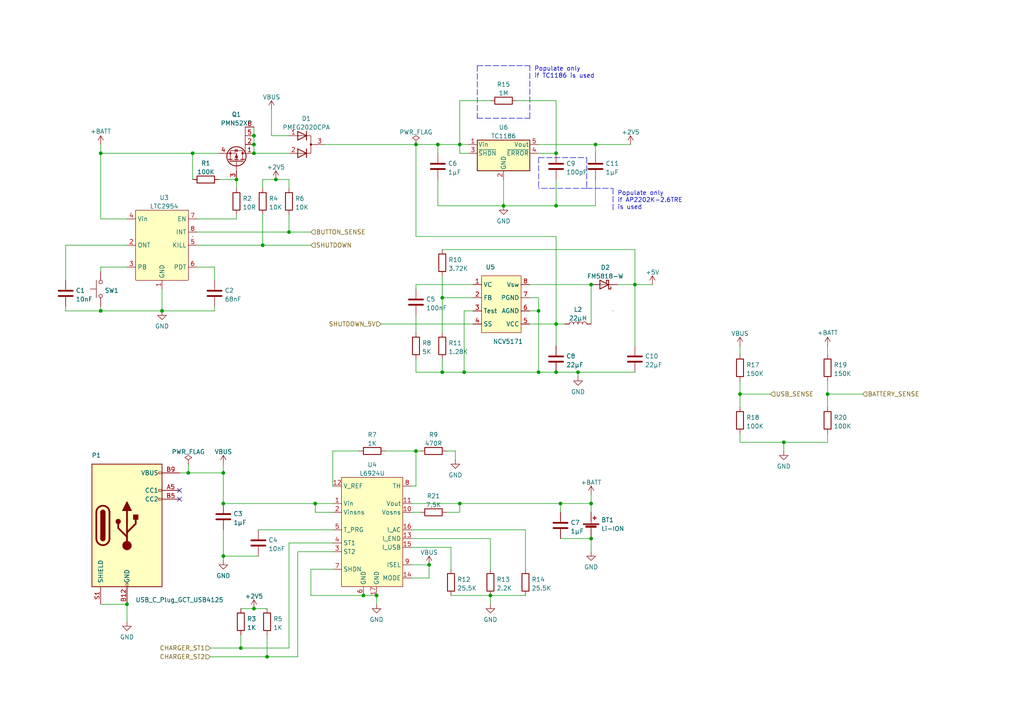
<source format=kicad_sch>
(kicad_sch (version 20211123) (generator eeschema)
  (paper "A4")
  (title_block (title "Power & Charge") (date "2022-06-08") (rev "1.0") (company "INSA - GEI"))
  (lib_symbols
    (symbol "Device:Battery_Cell" (pin_numbers hide) (pin_names (offset 0) hide)
      (property "Reference" "BT" (at 2.54 2.54 0))
      (property "Value" "Battery_Cell" (at 2.54 0 0))
      (symbol "Battery_Cell_0_1"
        (rectangle (start -2.286 1.778) (end 2.286 1.524) (fill (type outline)))
        (rectangle (start -1.5748 1.1938) (end 1.4732 0.6858) (fill (type outline)))
        (polyline (pts (xy 0 0.762) (xy 0 0)))
        (polyline (pts (xy 0 1.778) (xy 0 2.54)))
        (polyline (pts (xy 0.508 3.429) (xy 1.524 3.429)) (stroke (width 0.254)))
        (polyline (pts (xy 1.016 3.937) (xy 1.016 2.921)) (stroke (width 0.254)))
      )
      (symbol "Battery_Cell_1_1"
        (pin passive line (at 0 5.08 270) (length 2.54) (name "+") (number "1"))
        (pin passive line (at 0 -2.54 90) (length 2.54) (name "-") (number "2"))
      )
    )
    (symbol "Device:C" (pin_numbers hide) (pin_names (offset 0.254))
      (property "Reference" "C" (at 0.635 2.54 0))
      (property "Value" "C" (at 0.635 -2.54 0))
      (symbol "C_0_1"
        (polyline (pts (xy -2.032 -0.762) (xy 2.032 -0.762)) (stroke (width 0.508)))
        (polyline (pts (xy -2.032 0.762) (xy 2.032 0.762)) (stroke (width 0.508)))
      )
      (symbol "C_1_1"
        (pin passive line (at 0 3.81 270) (length 2.794) (name "~") (number "1"))
        (pin passive line (at 0 -3.81 90) (length 2.794) (name "~") (number "2"))
      )
    )
    (symbol "Device:D_Dual_CommonCathode_AAK_Parallel" (pin_names (offset 0.762) hide)
      (property "Reference" "D" (at 0 5.08 0))
      (property "Value" "D_Dual_CommonCathode_AAK_Parallel" (at 0 -5.08 0))
      (symbol "D_Dual_CommonCathode_AAK_Parallel_0_0"
        (polyline (pts (xy 0 -1.27) (xy 0 -3.81)) (stroke (width 0.254)))
        (polyline (pts (xy 0 1.27) (xy 0 3.81)) (stroke (width 0.254)))
      )
      (symbol "D_Dual_CommonCathode_AAK_Parallel_0_1"
        (polyline (pts (xy 1.27 0) (xy 2.54 0)))
        (polyline (pts (xy -2.54 -2.54) (xy 1.27 -2.54) (xy 1.27 2.54) (xy -2.54 2.54)))
        (polyline (pts (xy -2.54 -1.27) (xy 0 -2.54) (xy -2.54 -3.81) (xy -2.54 -1.27) (xy -2.54 -1.27) (xy -2.54 -1.27)) (stroke (width 0.254)))
        (polyline (pts (xy -2.54 3.81) (xy 0 2.54) (xy -2.54 1.27) (xy -2.54 3.81) (xy -2.54 3.81) (xy -2.54 3.81)) (stroke (width 0.254)))
        (circle (center 1.27 0) (radius 0.254) (fill (type outline)))
        (pin passive line (at -5.08 2.54 0) (length 2.54) (name "K") (number "1"))
        (pin passive line (at -5.08 -2.54 0) (length 2.54) (name "K") (number "2"))
        (pin passive line (at 5.08 0 180) (length 2.54) (name "A") (number "3"))
      )
    )
    (symbol "Device:D_Schottky" (pin_numbers hide) (pin_names (offset 1.016) hide)
      (property "Reference" "D" (at 0 2.54 0))
      (property "Value" "D_Schottky" (at 0 -2.54 0))
      (symbol "D_Schottky_0_1"
        (polyline (pts (xy 1.27 0) (xy -1.27 0)))
        (polyline (pts (xy 1.27 1.27) (xy 1.27 -1.27) (xy -1.27 0) (xy 1.27 1.27)) (stroke (width 0.254)))
        (polyline (pts (xy -1.905 0.635) (xy -1.905 1.27) (xy -1.27 1.27) (xy -1.27 -1.27) (xy -0.635 -1.27) (xy -0.635 -0.635)) (stroke (width 0.254)))
      )
      (symbol "D_Schottky_1_1"
        (pin passive line (at -3.81 0 0) (length 2.54) (name "K") (number "1"))
        (pin passive line (at 3.81 0 180) (length 2.54) (name "A") (number "2"))
      )
    )
    (symbol "Device:L" (pin_numbers hide) (pin_names (offset 1.016) hide)
      (property "Reference" "L" (at -1.27 0 90))
      (property "Value" "L" (at 1.905 0 90))
      (symbol "L_0_1"
        (arc (start 0 -2.54) (mid 0.635 -1.905) (end 0 -1.27))
        (arc (start 0 -1.27) (mid 0.635 -0.635) (end 0 0))
        (arc (start 0 0) (mid 0.635 0.635) (end 0 1.27))
        (arc (start 0 1.27) (mid 0.635 1.905) (end 0 2.54))
      )
      (symbol "L_1_1"
        (pin passive line (at 0 3.81 270) (length 1.27) (name "1") (number "1"))
        (pin passive line (at 0 -3.81 90) (length 1.27) (name "2") (number "2"))
      )
    )
    (symbol "Device:R" (pin_numbers hide) (pin_names (offset 0))
      (property "Reference" "R" (at 2.032 0 90))
      (property "Value" "R" (at 0 0 90))
      (symbol "R_0_1"
        (rectangle (start -1.016 -2.54) (end 1.016 2.54) (stroke (width 0.254)))
      )
      (symbol "R_1_1"
        (pin passive line (at 0 3.81 270) (length 1.27) (name "~") (number "1"))
        (pin passive line (at 0 -3.81 90) (length 1.27) (name "~") (number "2"))
      )
    )
    (symbol "Insa:L6924U"
      (property "Reference" "U" (at 0 34.29 0))
      (property "Value" "L6924U" (at 7.62 -2.54 0))
      (symbol "L6924U_0_1"
        (rectangle (start -8.89 31.75) (end 8.89 0) (stroke (width 0.1524)) (fill (type background)))
      )
      (symbol "L6924U_1_1"
        (pin power_in line (at -11.43 24.13 0) (length 2.54) (name "Vin") (number "1"))
        (pin input line (at 11.43 21.59 180) (length 2.54) (name "Vosns") (number "10"))
        (pin power_out line (at 11.43 24.13 180) (length 2.54) (name "Vout") (number "11"))
        (pin output line (at -11.43 29.21 0) (length 2.54) (name "V_REF") (number "12"))
        (pin bidirectional line (at 11.43 13.97 180) (length 2.54) (name "I_END") (number "13"))
        (pin input line (at 11.43 2.54 180) (length 2.54) (name "MODE") (number "14"))
        (pin input line (at 11.43 11.43 180) (length 2.54) (name "I_USB") (number "15"))
        (pin input line (at 11.43 16.51 180) (length 2.54) (name "I_AC") (number "16"))
        (pin power_in line (at 1.27 -2.54 90) (length 2.54) (name "GND") (number "17"))
        (pin power_in line (at -11.43 21.59 0) (length 2.54) (name "Vinsns") (number "2"))
        (pin open_collector line (at -11.43 10.16 0) (length 2.54) (name "ST2") (number "3"))
        (pin open_collector line (at -11.43 12.7 0) (length 2.54) (name "ST1") (number "4"))
        (pin passive line (at -11.43 16.51 0) (length 2.54) (name "T_PRG") (number "5"))
        (pin power_in line (at -2.54 -2.54 90) (length 2.54) (name "GND") (number "6"))
        (pin input line (at -11.43 5.08 0) (length 2.54) (name "SHDN") (number "7"))
        (pin input line (at 11.43 29.21 180) (length 2.54) (name "TH") (number "8"))
        (pin input line (at 11.43 6.35 180) (length 2.54) (name "ISEL") (number "9"))
      )
    )
    (symbol "Insa:LTC2954"
      (property "Reference" "U" (at -6.35 25.4 0))
      (property "Value" "LTC2954" (at 5.08 1.27 0))
      (symbol "LTC2954_0_1"
        (rectangle (start -8.89 24.13) (end 6.35 3.81) (stroke (width 0.1524)) (fill (type background)))
        (rectangle (start 7.62 16.51) (end 7.62 16.51) (stroke (width 0.1524)))
        (rectangle (start 7.62 16.51) (end 7.62 16.51) (stroke (width 0.1524)))
        (rectangle (start 7.62 16.51) (end 7.62 16.51) (stroke (width 0.1524)))
        (rectangle (start 7.62 16.51) (end 7.62 16.51) (stroke (width 0.1524)))
        (rectangle (start 7.62 16.51) (end 7.62 16.51) (stroke (width 0.1524)))
        (rectangle (start 7.62 16.51) (end 7.62 16.51) (stroke (width 0.1524)))
      )
      (symbol "LTC2954_1_1"
        (pin power_in line (at -1.27 1.27 90) (length 2.54) (name "GND") (number "1"))
        (pin bidirectional line (at -11.43 13.97 0) (length 2.54) (name "ONT") (number "2"))
        (pin input line (at -11.43 7.62 0) (length 2.54) (name "PB") (number "3"))
        (pin power_in line (at -11.43 21.59 0) (length 2.54) (name "Vin") (number "4"))
        (pin input line (at 8.89 13.97 180) (length 2.54) (name "KILL") (number "5"))
        (pin bidirectional line (at 8.89 7.62 180) (length 2.54) (name "PDT") (number "6"))
        (pin input line (at 8.89 21.59 180) (length 2.54) (name "EN") (number "7"))
        (pin output line (at 8.89 17.78 180) (length 2.54) (name "INT") (number "8"))
      )
    )
    (symbol "Insa:NCV5171"
      (property "Reference" "U" (at 0 17.78 0))
      (property "Value" "NCV5171" (at 1.27 -1.27 0))
      (symbol "NCV5171_0_1"
        (rectangle (start -5.08 16.51) (end 6.35 0) (stroke (width 0.1524)) (fill (type background)))
        (rectangle (start 33.02 6.35) (end 33.02 6.35) (stroke (width 0.1524)))
        (rectangle (start 33.02 6.35) (end 33.02 6.35) (stroke (width 0.1524)))
      )
      (symbol "NCV5171_1_1"
        (pin input line (at -7.62 13.97 0) (length 2.54) (name "VC") (number "1"))
        (pin input line (at -7.62 10.16 0) (length 2.54) (name "FB") (number "2"))
        (pin input line (at -7.62 6.35 0) (length 2.54) (name "Test") (number "3"))
        (pin input line (at -7.62 2.54 0) (length 2.54) (name "SS") (number "4"))
        (pin power_in line (at 8.89 2.54 180) (length 2.54) (name "VCC") (number "5"))
        (pin power_in line (at 8.89 6.35 180) (length 2.54) (name "AGND") (number "6"))
        (pin power_in line (at 8.89 10.16 180) (length 2.54) (name "PGND") (number "7"))
        (pin power_out line (at 8.89 13.97 180) (length 2.54) (name "Vsw") (number "8"))
      )
    )
    (symbol "Insa:PMN52XP" (pin_names (offset 0) hide)
      (property "Reference" "Q" (at 5.08 1.27 0))
      (property "Value" "PMN52XP" (at 5.08 -1.27 0))
      (symbol "PMN52XP_0_1"
        (polyline (pts (xy 0.254 0) (xy -2.54 0)))
        (polyline (pts (xy 0.254 1.905) (xy 0.254 -1.905)) (stroke (width 0.254)))
        (polyline (pts (xy 0.762 -1.27) (xy 0.762 -2.286)) (stroke (width 0.254)))
        (polyline (pts (xy 0.762 0.508) (xy 0.762 -0.508)) (stroke (width 0.254)))
        (polyline (pts (xy 0.762 2.286) (xy 0.762 1.27)) (stroke (width 0.254)))
        (polyline (pts (xy 10.16 2.54) (xy 5.08 2.54)) (stroke (width 0.1524)))
        (polyline (pts (xy 2.54 -2.54) (xy 2.54 0) (xy 0.762 0)))
        (polyline (pts (xy 5.08 2.54) (xy 2.54 2.54) (xy 2.54 1.778)))
        (polyline (pts (xy 0.762 1.778) (xy 3.302 1.778) (xy 3.302 -1.778) (xy 0.762 -1.778)))
        (polyline (pts (xy 2.286 0) (xy 1.27 0.381) (xy 1.27 -0.381) (xy 2.286 0)) (fill (type outline)))
        (polyline (pts (xy 2.794 -0.508) (xy 2.921 -0.381) (xy 3.683 -0.381) (xy 3.81 -0.254)))
        (polyline (pts (xy 3.302 -0.381) (xy 2.921 0.254) (xy 3.683 0.254) (xy 3.302 -0.381)))
        (circle (center 1.651 0) (radius 2.794) (stroke (width 0.254)))
        (circle (center 2.54 -1.778) (radius 0.254) (fill (type outline)))
        (circle (center 2.54 1.778) (radius 0.254) (fill (type outline)))
      )
      (symbol "PMN52XP_1_1"
        (pin passive line (at 2.54 5.08 270) (length 2.54) (name "D") (number "1"))
        (pin passive line (at 5.08 5.08 270) (length 2.54) (name "D") (number "2"))
        (pin input line (at -5.08 0 0) (length 2.54) (name "G") (number "3"))
        (pin passive line (at 2.54 -5.08 90) (length 2.54) (name "S") (number "4"))
        (pin passive line (at 7.62 5.08 270) (length 2.54) (name "D") (number "5"))
        (pin passive line (at 10.16 5.08 270) (length 2.54) (name "D") (number "6"))
      )
    )
    (symbol "Insa:USB_C_Plug_GCT_USB4125" (pin_names (offset 1.016))
      (property "Reference" "P" (at -10.16 19.05 0))
      (property "Value" "USB_C_Plug_GCT_USB4125" (at 26.67 -20.32 0))
      (symbol "USB_C_Plug_GCT_USB4125_0_0"
        (rectangle (start -0.254 -17.78) (end 0.254 -16.764))
        (rectangle (start 10.16 7.874) (end 9.144 7.366))
        (rectangle (start 10.16 10.414) (end 9.144 9.906))
        (rectangle (start 10.16 15.494) (end 9.144 14.986))
      )
      (symbol "USB_C_Plug_GCT_USB4125_0_1"
        (rectangle (start -10.16 17.78) (end 10.16 -17.78) (stroke (width 0.254)) (fill (type background)))
        (arc (start -8.89 -3.81) (mid -6.985 -5.715) (end -5.08 -3.81) (stroke (width 0.508)))
        (arc (start -7.62 -3.81) (mid -6.985 -4.445) (end -6.35 -3.81) (stroke (width 0.254)))
        (arc (start -7.62 -3.81) (mid -6.985 -4.445) (end -6.35 -3.81) (stroke (width 0.254)) (fill (type outline)))
        (rectangle (start -7.62 -3.81) (end -6.35 3.81) (stroke (width 0.254)) (fill (type outline)))
        (arc (start -6.35 3.81) (mid -6.985 4.445) (end -7.62 3.81) (stroke (width 0.254)))
        (arc (start -6.35 3.81) (mid -6.985 4.445) (end -7.62 3.81) (stroke (width 0.254)) (fill (type outline)))
        (arc (start -5.08 3.81) (mid -6.985 5.715) (end -8.89 3.81) (stroke (width 0.508)))
        (circle (center -2.54 1.143) (radius 0.635) (stroke (width 0.254)) (fill (type outline)))
        (circle (center 0 -5.842) (radius 1.27) (fill (type outline)))
        (polyline (pts (xy -8.89 -3.81) (xy -8.89 3.81)) (stroke (width 0.508)))
        (polyline (pts (xy -5.08 3.81) (xy -5.08 -3.81)) (stroke (width 0.508)))
        (polyline (pts (xy 0 -5.842) (xy 0 4.318)) (stroke (width 0.508)))
        (polyline (pts (xy 0 -3.302) (xy -2.54 -0.762) (xy -2.54 0.508)) (stroke (width 0.508)))
        (polyline (pts (xy 0 -2.032) (xy 2.54 0.508) (xy 2.54 1.778)) (stroke (width 0.508)))
        (polyline (pts (xy -1.27 4.318) (xy 0 6.858) (xy 1.27 4.318) (xy -1.27 4.318)) (stroke (width 0.254)) (fill (type outline)))
        (rectangle (start 1.905 1.778) (end 3.175 3.048) (stroke (width 0.254)) (fill (type outline)))
      )
      (symbol "USB_C_Plug_GCT_USB4125_1_1"
        (pin passive line (at 0 -22.86 90) (length 5.08) hide (name "GND") (number "A12"))
        (pin bidirectional line (at 15.24 10.16 180) (length 5.08) (name "CC1") (number "A5"))
        (pin passive line (at 15.24 15.24 180) (length 5.08) hide (name "VBUS") (number "A9"))
        (pin passive line (at 0 -22.86 90) (length 5.08) (name "GND") (number "B12"))
        (pin bidirectional line (at 15.24 7.62 180) (length 5.08) (name "CC2") (number "B5"))
        (pin passive line (at 15.24 15.24 180) (length 5.08) (name "VBUS") (number "B9"))
        (pin passive line (at -7.62 -22.86 90) (length 5.08) (name "SHIELD") (number "S1"))
      )
    )
    (symbol "Regulator_Linear:TC1186" (pin_names (offset 0.254))
      (property "Reference" "U" (at -7.62 5.08 0))
      (property "Value" "TC1186" (at 7.62 5.08 0))
      (symbol "TC1186_0_1"
        (rectangle (start -7.62 3.81) (end 7.62 -5.08) (stroke (width 0.254)) (fill (type background)))
      )
      (symbol "TC1186_1_1"
        (pin power_in line (at -10.16 2.54 0) (length 2.54) (name "Vin") (number "1"))
        (pin power_in line (at 0 -7.62 90) (length 2.54) (name "GND") (number "2"))
        (pin input line (at -10.16 0 0) (length 2.54) (name "~{SHDN}") (number "3"))
        (pin open_collector line (at 10.16 0 180) (length 2.54) (name "~{ERROR}") (number "4"))
        (pin power_out line (at 10.16 2.54 180) (length 2.54) (name "Vout") (number "5"))
      )
    )
    (symbol "Switch:SW_Push" (pin_numbers hide) (pin_names (offset 1.016) hide)
      (property "Reference" "SW" (at 1.27 2.54 0))
      (property "Value" "SW_Push" (at 0 -1.524 0))
      (symbol "SW_Push_0_1"
        (circle (center -2.032 0) (radius 0.508))
        (polyline (pts (xy 0 1.27) (xy 0 3.048)))
        (polyline (pts (xy 2.54 1.27) (xy -2.54 1.27)))
        (circle (center 2.032 0) (radius 0.508))
        (pin passive line (at -5.08 0 0) (length 2.54) (name "1") (number "1"))
        (pin passive line (at 5.08 0 180) (length 2.54) (name "2") (number "2"))
      )
    )
    (symbol "power:+2V5" (power) (pin_names (offset 0))
      (property "Value" "+2V5" (at 0 3.556 0))
      (symbol "+2V5_0_1"
        (polyline (pts (xy -0.762 1.27) (xy 0 2.54)))
        (polyline (pts (xy 0 0) (xy 0 2.54)))
        (polyline (pts (xy 0 2.54) (xy 0.762 1.27)))
      )
      (symbol "+2V5_1_1"
        (pin power_in line (at 0 0 90) (length 0) hide (name "+2V5") (number "1"))
      )
    )
    (symbol "power:+5V" (power) (pin_names (offset 0))
      (property "Value" "+5V" (at 0 3.556 0))
      (symbol "+5V_0_1"
        (polyline (pts (xy -0.762 1.27) (xy 0 2.54)))
        (polyline (pts (xy 0 0) (xy 0 2.54)))
        (polyline (pts (xy 0 2.54) (xy 0.762 1.27)))
      )
      (symbol "+5V_1_1"
        (pin power_in line (at 0 0 90) (length 0) hide (name "+5V") (number "1"))
      )
    )
    (symbol "power:+BATT" (power) (pin_names (offset 0))
      (property "Value" "+BATT" (at 0 3.556 0))
      (symbol "+BATT_0_1"
        (polyline (pts (xy -0.762 1.27) (xy 0 2.54)))
        (polyline (pts (xy 0 0) (xy 0 2.54)))
        (polyline (pts (xy 0 2.54) (xy 0.762 1.27)))
      )
      (symbol "+BATT_1_1"
        (pin power_in line (at 0 0 90) (length 0) hide (name "+BATT") (number "1"))
      )
    )
    (symbol "power:GND" (power) (pin_names (offset 0))
      (property "Value" "GND" (at 0 -3.81 0))
      (symbol "GND_0_1"
        (polyline (pts (xy 0 0) (xy 0 -1.27) (xy 1.27 -1.27) (xy 0 -2.54) (xy -1.27 -1.27) (xy 0 -1.27)))
      )
      (symbol "GND_1_1"
        (pin power_in line (at 0 0 270) (length 0) hide (name "GND") (number "1"))
      )
    )
    (symbol "power:PWR_FLAG" (power) (pin_numbers hide) (pin_names (offset 0) hide)
      (property "Value" "PWR_FLAG" (at 0 3.81 0))
      (symbol "PWR_FLAG_0_0"
        (pin power_out line (at 0 0 90) (length 0) (name "pwr") (number "1"))
      )
      (symbol "PWR_FLAG_0_1"
        (polyline (pts (xy 0 0) (xy 0 1.27) (xy -1.016 1.905) (xy 0 2.54) (xy 1.016 1.905) (xy 0 1.27)))
      )
    )
    (symbol "power:VBUS" (power) (pin_names (offset 0))
      (property "Value" "VBUS" (at 0 3.81 0))
      (symbol "VBUS_0_1"
        (polyline (pts (xy -0.762 1.27) (xy 0 2.54)))
        (polyline (pts (xy 0 0) (xy 0 2.54)))
        (polyline (pts (xy 0 2.54) (xy 0.762 1.27)))
      )
      (symbol "VBUS_1_1"
        (pin power_in line (at 0 0 90) (length 0) hide (name "VBUS") (number "1"))
      )
    )
  )
  (junction (at 214.63 114.3))
  (junction (at 128.27 86.36))
  (junction (at 127 41.91))
  (junction (at 64.77 146.05))
  (junction (at 91.44 146.05))
  (junction (at 73.66 39.37))
  (junction (at 240.03 114.3))
  (junction (at 109.22 172.72))
  (junction (at 73.66 176.53))
  (junction (at 171.45 82.55))
  (junction (at 184.15 82.55))
  (junction (at 146.05 59.69))
  (junction (at 120.65 41.91))
  (junction (at 156.21 107.95))
  (junction (at 172.72 41.91))
  (junction (at 128.27 107.95))
  (junction (at 64.77 137.16))
  (junction (at 36.83 175.26))
  (junction (at 167.64 107.95))
  (junction (at 161.29 93.98))
  (junction (at 171.45 146.05))
  (junction (at 161.29 59.69))
  (junction (at 69.85 187.96))
  (junction (at 162.56 146.05))
  (junction (at 73.66 44.45))
  (junction (at 76.2 71.12))
  (junction (at 55.88 44.45))
  (junction (at 161.29 44.45))
  (junction (at 171.45 156.21))
  (junction (at 134.62 107.95))
  (junction (at 73.66 41.91))
  (junction (at 227.33 128.27))
  (junction (at 54.61 137.16))
  (junction (at 133.35 146.05))
  (junction (at 161.29 107.95))
  (junction (at 142.24 172.72))
  (junction (at 124.46 163.83))
  (junction (at 80.01 52.07))
  (junction (at 83.82 67.31))
  (junction (at 29.21 90.17))
  (junction (at 120.65 130.81))
  (junction (at 29.21 44.45))
  (junction (at 105.41 172.72))
  (junction (at 68.58 52.07))
  (junction (at 77.47 190.5))
  (junction (at 156.21 90.17))
  (junction (at 133.35 41.91))
  (junction (at 46.99 90.17))
  (junction (at 64.77 161.29))
  (no_connect (at 52.07 144.78))
  (no_connect (at 52.07 142.24))
  (wire (pts (xy 172.72 41.91) (xy 172.72 44.45)))
  (wire (pts (xy 69.85 176.53) (xy 73.66 176.53)))
  (wire (pts (xy 119.38 140.97) (xy 120.65 140.97)))
  (wire (pts (xy 161.29 59.69) (xy 172.72 59.69)))
  (wire (pts (xy 214.63 114.3) (xy 223.52 114.3)))
  (wire (pts (xy 153.67 90.17) (xy 156.21 90.17)))
  (polyline (pts (xy 153.67 34.29) (xy 153.67 19.05)))
  (wire (pts (xy 29.21 175.26) (xy 36.83 175.26)))
  (wire (pts (xy 240.03 100.33) (xy 240.03 102.87)))
  (wire (pts (xy 156.21 41.91) (xy 172.72 41.91)))
  (wire (pts (xy 240.03 114.3) (xy 240.03 118.11)))
  (wire (pts (xy 73.66 39.37) (xy 73.66 41.91)))
  (wire (pts (xy 128.27 86.36) (xy 137.16 86.36)))
  (wire (pts (xy 46.99 90.17) (xy 46.99 83.82)))
  (wire (pts (xy 36.83 63.5) (xy 29.21 63.5)))
  (wire (pts (xy 93.98 41.91) (xy 120.65 41.91)))
  (wire (pts (xy 153.67 86.36) (xy 156.21 86.36)))
  (wire (pts (xy 86.36 160.02) (xy 86.36 190.5)))
  (wire (pts (xy 29.21 63.5) (xy 29.21 44.45)))
  (wire (pts (xy 129.54 130.81) (xy 132.08 130.81)))
  (wire (pts (xy 69.85 187.96) (xy 83.82 187.96)))
  (wire (pts (xy 120.65 41.91) (xy 127 41.91)))
  (wire (pts (xy 128.27 86.36) (xy 128.27 96.52)))
  (wire (pts (xy 77.47 190.5) (xy 86.36 190.5)))
  (wire (pts (xy 64.77 161.29) (xy 64.77 162.56)))
  (wire (pts (xy 29.21 90.17) (xy 29.21 88.9)))
  (wire (pts (xy 96.52 130.81) (xy 104.14 130.81)))
  (wire (pts (xy 52.07 137.16) (xy 54.61 137.16)))
  (wire (pts (xy 96.52 157.48) (xy 83.82 157.48)))
  (wire (pts (xy 161.29 107.95) (xy 167.64 107.95)))
  (wire (pts (xy 156.21 90.17) (xy 156.21 107.95)))
  (wire (pts (xy 161.29 93.98) (xy 161.29 68.58)))
  (wire (pts (xy 73.66 36.83) (xy 73.66 39.37)))
  (wire (pts (xy 74.93 153.67) (xy 96.52 153.67)))
  (wire (pts (xy 90.17 165.1) (xy 90.17 172.72)))
  (wire (pts (xy 124.46 167.64) (xy 124.46 163.83)))
  (wire (pts (xy 133.35 41.91) (xy 133.35 29.21)))
  (wire (pts (xy 29.21 44.45) (xy 55.88 44.45)))
  (wire (pts (xy 161.29 93.98) (xy 163.83 93.98)))
  (wire (pts (xy 146.05 59.69) (xy 161.29 59.69)))
  (wire (pts (xy 240.03 114.3) (xy 250.19 114.3)))
  (wire (pts (xy 130.81 172.72) (xy 142.24 172.72)))
  (polyline (pts (xy 138.43 19.05) (xy 153.67 19.05)))
  (wire (pts (xy 184.15 82.55) (xy 189.23 82.55)))
  (wire (pts (xy 161.29 93.98) (xy 161.29 100.33)))
  (polyline (pts (xy 177.8 54.61) (xy 177.8 60.96)))
  (wire (pts (xy 76.2 71.12) (xy 90.17 71.12)))
  (wire (pts (xy 156.21 86.36) (xy 156.21 90.17)))
  (wire (pts (xy 96.52 140.97) (xy 96.52 130.81)))
  (wire (pts (xy 109.22 172.72) (xy 109.22 175.26)))
  (wire (pts (xy 133.35 148.59) (xy 133.35 146.05)))
  (wire (pts (xy 120.65 140.97) (xy 120.65 130.81)))
  (wire (pts (xy 60.96 187.96) (xy 69.85 187.96)))
  (wire (pts (xy 184.15 82.55) (xy 184.15 100.33)))
  (wire (pts (xy 64.77 146.05) (xy 91.44 146.05)))
  (wire (pts (xy 29.21 90.17) (xy 46.99 90.17)))
  (wire (pts (xy 120.65 130.81) (xy 121.92 130.81)))
  (wire (pts (xy 119.38 153.67) (xy 152.4 153.67)))
  (wire (pts (xy 161.29 29.21) (xy 161.29 44.45)))
  (wire (pts (xy 29.21 44.45) (xy 29.21 41.91)))
  (wire (pts (xy 120.65 82.55) (xy 120.65 83.82)))
  (wire (pts (xy 120.65 68.58) (xy 120.65 41.91)))
  (wire (pts (xy 133.35 44.45) (xy 133.35 41.91)))
  (wire (pts (xy 167.64 107.95) (xy 167.64 109.22)))
  (wire (pts (xy 80.01 52.07) (xy 76.2 52.07)))
  (wire (pts (xy 46.99 90.17) (xy 62.23 90.17)))
  (wire (pts (xy 76.2 62.23) (xy 76.2 71.12)))
  (wire (pts (xy 29.21 90.17) (xy 19.05 90.17)))
  (wire (pts (xy 36.83 175.26) (xy 36.83 180.34)))
  (wire (pts (xy 120.65 91.44) (xy 120.65 96.52)))
  (wire (pts (xy 129.54 148.59) (xy 133.35 148.59)))
  (wire (pts (xy 73.66 44.45) (xy 83.82 44.45)))
  (wire (pts (xy 167.64 107.95) (xy 184.15 107.95)))
  (polyline (pts (xy 170.18 45.72) (xy 170.18 54.61)))
  (polyline (pts (xy 170.18 54.61) (xy 156.21 54.61)))
  (wire (pts (xy 19.05 71.12) (xy 36.83 71.12)))
  (wire (pts (xy 83.82 157.48) (xy 83.82 187.96)))
  (wire (pts (xy 172.72 41.91) (xy 182.88 41.91)))
  (wire (pts (xy 60.96 190.5) (xy 77.47 190.5)))
  (wire (pts (xy 76.2 52.07) (xy 76.2 54.61)))
  (wire (pts (xy 119.38 146.05) (xy 133.35 146.05)))
  (wire (pts (xy 77.47 184.15) (xy 77.47 190.5)))
  (wire (pts (xy 227.33 128.27) (xy 240.03 128.27)))
  (polyline (pts (xy 170.18 54.61) (xy 177.8 54.61)))
  (wire (pts (xy 119.38 156.21) (xy 142.24 156.21)))
  (wire (pts (xy 64.77 137.16) (xy 64.77 146.05)))
  (wire (pts (xy 214.63 114.3) (xy 214.63 118.11)))
  (wire (pts (xy 64.77 161.29) (xy 74.93 161.29)))
  (wire (pts (xy 240.03 128.27) (xy 240.03 125.73)))
  (wire (pts (xy 96.52 160.02) (xy 86.36 160.02)))
  (wire (pts (xy 69.85 184.15) (xy 69.85 187.96)))
  (wire (pts (xy 119.38 148.59) (xy 121.92 148.59)))
  (polyline (pts (xy 138.43 34.29) (xy 153.67 34.29)))
  (wire (pts (xy 134.62 107.95) (xy 128.27 107.95)))
  (wire (pts (xy 19.05 90.17) (xy 19.05 88.9)))
  (wire (pts (xy 142.24 172.72) (xy 142.24 175.26)))
  (polyline (pts (xy 156.21 45.72) (xy 170.18 45.72)))
  (wire (pts (xy 127 41.91) (xy 133.35 41.91)))
  (wire (pts (xy 68.58 63.5) (xy 68.58 62.23)))
  (wire (pts (xy 134.62 90.17) (xy 134.62 107.95)))
  (wire (pts (xy 83.82 52.07) (xy 80.01 52.07)))
  (wire (pts (xy 127 52.07) (xy 127 59.69)))
  (wire (pts (xy 57.15 63.5) (xy 68.58 63.5)))
  (wire (pts (xy 146.05 52.07) (xy 146.05 59.69)))
  (polyline (pts (xy 138.43 19.05) (xy 138.43 34.29)))
  (wire (pts (xy 96.52 165.1) (xy 90.17 165.1)))
  (wire (pts (xy 162.56 146.05) (xy 162.56 148.59)))
  (wire (pts (xy 91.44 148.59) (xy 91.44 146.05)))
  (wire (pts (xy 64.77 134.62) (xy 64.77 137.16)))
  (wire (pts (xy 36.83 77.47) (xy 29.21 77.47)))
  (wire (pts (xy 142.24 172.72) (xy 152.4 172.72)))
  (wire (pts (xy 184.15 72.39) (xy 184.15 82.55)))
  (wire (pts (xy 96.52 148.59) (xy 91.44 148.59)))
  (wire (pts (xy 128.27 80.01) (xy 128.27 86.36)))
  (wire (pts (xy 214.63 110.49) (xy 214.63 114.3)))
  (wire (pts (xy 137.16 82.55) (xy 120.65 82.55)))
  (wire (pts (xy 57.15 77.47) (xy 62.23 77.47)))
  (wire (pts (xy 111.76 130.81) (xy 120.65 130.81)))
  (wire (pts (xy 55.88 44.45) (xy 63.5 44.45)))
  (wire (pts (xy 83.82 39.37) (xy 78.74 39.37)))
  (wire (pts (xy 128.27 107.95) (xy 120.65 107.95)))
  (wire (pts (xy 90.17 172.72) (xy 105.41 172.72)))
  (wire (pts (xy 57.15 67.31) (xy 83.82 67.31)))
  (wire (pts (xy 156.21 107.95) (xy 134.62 107.95)))
  (wire (pts (xy 130.81 165.1) (xy 130.81 158.75)))
  (wire (pts (xy 137.16 90.17) (xy 134.62 90.17)))
  (wire (pts (xy 128.27 104.14) (xy 128.27 107.95)))
  (wire (pts (xy 132.08 130.81) (xy 132.08 133.35)))
  (wire (pts (xy 83.82 54.61) (xy 83.82 52.07)))
  (wire (pts (xy 171.45 146.05) (xy 171.45 148.59)))
  (wire (pts (xy 54.61 137.16) (xy 64.77 137.16)))
  (wire (pts (xy 63.5 52.07) (xy 68.58 52.07)))
  (wire (pts (xy 171.45 160.02) (xy 171.45 156.21)))
  (wire (pts (xy 162.56 146.05) (xy 171.45 146.05)))
  (wire (pts (xy 119.38 167.64) (xy 124.46 167.64)))
  (wire (pts (xy 149.86 29.21) (xy 161.29 29.21)))
  (wire (pts (xy 62.23 77.47) (xy 62.23 81.28)))
  (wire (pts (xy 179.07 82.55) (xy 184.15 82.55)))
  (wire (pts (xy 153.67 93.98) (xy 161.29 93.98)))
  (wire (pts (xy 73.66 41.91) (xy 73.66 44.45)))
  (wire (pts (xy 78.74 31.75) (xy 78.74 39.37)))
  (wire (pts (xy 19.05 81.28) (xy 19.05 71.12)))
  (polyline (pts (xy 156.21 45.72) (xy 156.21 54.61)))
  (wire (pts (xy 128.27 72.39) (xy 184.15 72.39)))
  (wire (pts (xy 133.35 29.21) (xy 142.24 29.21)))
  (wire (pts (xy 240.03 110.49) (xy 240.03 114.3)))
  (wire (pts (xy 171.45 143.51) (xy 171.45 146.05)))
  (wire (pts (xy 227.33 128.27) (xy 227.33 130.81)))
  (wire (pts (xy 64.77 153.67) (xy 64.77 161.29)))
  (wire (pts (xy 62.23 90.17) (xy 62.23 88.9)))
  (wire (pts (xy 105.41 172.72) (xy 109.22 172.72)))
  (wire (pts (xy 83.82 67.31) (xy 90.17 67.31)))
  (wire (pts (xy 214.63 128.27) (xy 227.33 128.27)))
  (wire (pts (xy 73.66 176.53) (xy 77.47 176.53)))
  (wire (pts (xy 110.49 93.98) (xy 137.16 93.98)))
  (wire (pts (xy 161.29 52.07) (xy 161.29 59.69)))
  (wire (pts (xy 156.21 107.95) (xy 161.29 107.95)))
  (wire (pts (xy 91.44 146.05) (xy 96.52 146.05)))
  (wire (pts (xy 214.63 100.33) (xy 214.63 102.87)))
  (wire (pts (xy 171.45 82.55) (xy 171.45 93.98)))
  (wire (pts (xy 162.56 156.21) (xy 171.45 156.21)))
  (wire (pts (xy 133.35 146.05) (xy 162.56 146.05)))
  (wire (pts (xy 127 59.69) (xy 146.05 59.69)))
  (wire (pts (xy 55.88 44.45) (xy 55.88 52.07)))
  (wire (pts (xy 142.24 156.21) (xy 142.24 165.1)))
  (wire (pts (xy 214.63 125.73) (xy 214.63 128.27)))
  (wire (pts (xy 120.65 107.95) (xy 120.65 104.14)))
  (wire (pts (xy 127 41.91) (xy 127 44.45)))
  (wire (pts (xy 161.29 68.58) (xy 120.65 68.58)))
  (wire (pts (xy 119.38 158.75) (xy 130.81 158.75)))
  (wire (pts (xy 135.89 44.45) (xy 133.35 44.45)))
  (wire (pts (xy 119.38 163.83) (xy 124.46 163.83)))
  (wire (pts (xy 172.72 59.69) (xy 172.72 52.07)))
  (wire (pts (xy 156.21 44.45) (xy 161.29 44.45)))
  (wire (pts (xy 68.58 52.07) (xy 68.58 54.61)))
  (wire (pts (xy 83.82 62.23) (xy 83.82 67.31)))
  (wire (pts (xy 29.21 77.47) (xy 29.21 78.74)))
  (wire (pts (xy 54.61 134.62) (xy 54.61 137.16)))
  (wire (pts (xy 133.35 41.91) (xy 135.89 41.91)))
  (wire (pts (xy 57.15 71.12) (xy 76.2 71.12)))
  (wire (pts (xy 152.4 153.67) (xy 152.4 165.1)))
  (wire (pts (xy 153.67 82.55) (xy 171.45 82.55)))
  (text "Populate only \nif AP2202K-2.6TRE\nis used\n" (at 179.07 60.96 0) (effects (font (size 1.27 1.27)) (justify left bottom)))
  (text "Populate only \nif TC1186 is used" (at 154.94 22.86 0) (effects (font (size 1.27 1.27)) (justify left bottom)))
  (hierarchical_label "SHUTDOWN_5V" (shape input) (at 110.49 93.98 180))
  (hierarchical_label "USB_SENSE" (shape input) (at 223.52 114.3 0))
  (hierarchical_label "BATTERY_SENSE" (shape input) (at 250.19 114.3 0))
  (hierarchical_label "CHARGER_ST2" (shape input) (at 60.96 190.5 180))
  (hierarchical_label "CHARGER_ST1" (shape input) (at 60.96 187.96 180))
  (hierarchical_label "BUTTON_SENSE" (shape input) (at 90.17 67.31 0))
  (hierarchical_label "SHUTDOWN" (shape input) (at 90.17 71.12 0))
  (symbol (lib_id "Device:Battery_Cell") (at 171.45 153.67 0) (unit 1)
    (property "Reference" "BT1" (at 174.371 150.8033 0) (effects (justify left)))
    (property "Value" "Li-ION" (at 174.371 153.3402 0) (effects (justify left)))
    (property "Footprint" "Battery:BatteryHolder_Keystone_2460_1xAA" (effects hide))
  )
  (symbol (lib_id "Device:R") (at 125.73 148.59 90) (unit 1)
    (property "Reference" "R21" (at 125.73 143.8742 90))
    (property "Value" "7,5K" (at 125.73 146.4111 90))
    (property "Footprint" "Resistor_SMD:R_0805_2012Metric" (effects hide))
  )
  (symbol (lib_id "power:GND") (at 132.08 133.35 0) (unit 1)
    (property "Reference" "#PWR015" (effects hide))
    (property "Value" "GND" (at 132.08 137.7934 0))
  )
  (symbol (lib_id "Device:R") (at 125.73 130.81 90) (unit 1)
    (property "Reference" "R9" (at 125.73 126.0942 90))
    (property "Value" "470R" (at 125.73 128.6311 90))
    (property "Footprint" "Resistor_SMD:R_0805_2012Metric" (effects hide))
  )
  (symbol (lib_id "power:+BATT") (at 171.45 143.51 0) (unit 1)
    (property "Reference" "#PWR018" (effects hide))
    (property "Value" "+BATT" (at 171.45 139.9342 0))
  )
  (symbol (lib_id "Device:C") (at 64.77 149.86 0) (unit 1)
    (property "Reference" "C3" (at 67.691 149.0253 0) (effects (justify left)))
    (property "Value" "1µF" (at 67.691 151.5622 0) (effects (justify left)))
    (property "Footprint" "Capacitor_SMD:C_0805_2012Metric" (effects hide))
  )
  (symbol (lib_id "Device:C") (at 161.29 48.26 0) (unit 1)
    (property "Reference" "C9" (at 164.211 47.4253 0) (effects (justify left)))
    (property "Value" "100pF" (at 164.211 49.9622 0) (effects (justify left)))
    (property "Footprint" "Capacitor_SMD:C_0805_2012Metric" (effects hide))
  )
  (symbol (lib_id "Device:C") (at 120.65 87.63 0) (unit 1)
    (property "Reference" "C5" (at 123.571 86.7953 0) (effects (justify left)))
    (property "Value" "100nF" (at 123.571 89.3322 0) (effects (justify left)))
    (property "Footprint" "Capacitor_SMD:C_0805_2012Metric" (effects hide))
  )
  (symbol (lib_id "power:GND") (at 46.99 90.17 0) (unit 1)
    (property "Reference" "#PWR07" (effects hide))
    (property "Value" "GND" (at 46.99 94.6134 0))
  )
  (symbol (lib_id "power:GND") (at 109.22 175.26 0) (unit 1)
    (property "Reference" "#PWR013" (effects hide))
    (property "Value" "GND" (at 109.22 179.7034 0))
  )
  (symbol (lib_id "Device:R") (at 142.24 168.91 0) (unit 1)
    (property "Reference" "R13" (at 144.018 168.0753 0) (effects (justify left)))
    (property "Value" "2.2K" (at 144.018 170.6122 0) (effects (justify left)))
    (property "Footprint" "Resistor_SMD:R_0805_2012Metric" (effects hide))
  )
  (symbol (lib_id "power:VBUS") (at 214.63 100.33 0) (unit 1)
    (property "Reference" "#PWR025" (effects hide))
    (property "Value" "VBUS" (at 214.63 96.7542 0))
  )
  (symbol (lib_id "Device:R") (at 69.85 180.34 0) (unit 1)
    (property "Reference" "R3" (at 71.628 179.5053 0) (effects (justify left)))
    (property "Value" "1K" (at 71.628 182.0422 0) (effects (justify left)))
    (property "Footprint" "Resistor_SMD:R_0805_2012Metric" (effects hide))
  )
  (symbol (lib_id "Device:C") (at 162.56 152.4 0) (unit 1)
    (property "Reference" "C7" (at 165.481 151.5653 0) (effects (justify left)))
    (property "Value" "1µF" (at 165.481 154.1022 0) (effects (justify left)))
    (property "Footprint" "Capacitor_SMD:C_0805_2012Metric" (effects hide))
  )
  (symbol (lib_id "Insa:USB_C_Plug_GCT_USB4125") (at 36.83 152.4 0) (unit 1)
    (property "Reference" "P1" (at 27.94 132.08 0))
    (property "Value" "USB_C_Plug_GCT_USB4125" (at 52.07 173.99 0))
    (property "Footprint" "INSA:USB_C_Receptacle_GCT_USB4125" (effects hide))
    (property "Datasheet" "https://www.usb.org/sites/default/files/documents/usb_type-c.zip" (effects hide))
  )
  (symbol (lib_id "Device:R") (at 120.65 100.33 180) (unit 1)
    (property "Reference" "R8" (at 122.428 99.4953 0) (effects (justify right)))
    (property "Value" "5K" (at 122.428 102.0322 0) (effects (justify right)))
    (property "Footprint" "Resistor_SMD:R_0805_2012Metric" (effects hide))
  )
  (symbol (lib_id "power:GND") (at 167.64 109.22 0) (unit 1)
    (property "Reference" "#PWR020" (effects hide))
    (property "Value" "GND" (at 167.64 113.6634 0))
  )
  (symbol (lib_id "power:GND") (at 146.05 59.69 0) (unit 1)
    (property "Reference" "#PWR017" (effects hide))
    (property "Value" "GND" (at 146.05 64.1334 0))
  )
  (symbol (lib_id "Device:C") (at 74.93 157.48 0) (unit 1)
    (property "Reference" "C4" (at 77.851 156.6453 0) (effects (justify left)))
    (property "Value" "10nF" (at 77.851 159.1822 0) (effects (justify left)))
    (property "Footprint" "Capacitor_SMD:C_0805_2012Metric" (effects hide))
  )
  (symbol (lib_id "Device:R") (at 214.63 106.68 0) (unit 1)
    (property "Reference" "R17" (at 216.408 105.8453 0) (effects (justify left)))
    (property "Value" "150K" (at 216.408 108.3822 0) (effects (justify left)))
    (property "Footprint" "Resistor_SMD:R_0805_2012Metric" (effects hide))
  )
  (symbol (lib_id "Device:C") (at 172.72 48.26 0) (unit 1)
    (property "Reference" "C11" (at 175.641 47.4253 0) (effects (justify left)))
    (property "Value" "1µF" (at 175.641 49.9622 0) (effects (justify left)))
    (property "Footprint" "Capacitor_SMD:C_0805_2012Metric" (effects hide))
  )
  (symbol (lib_id "power:+BATT") (at 29.21 41.91 0) (unit 1)
    (property "Reference" "#PWR05" (effects hide))
    (property "Value" "+BATT" (at 29.21 38.1 0))
  )
  (symbol (lib_id "power:+2V5") (at 73.66 176.53 0) (unit 1)
    (property "Reference" "#PWR010" (effects hide))
    (property "Value" "+2V5" (at 73.66 172.9542 0))
  )
  (symbol (lib_id "power:+BATT") (at 240.03 100.33 0) (unit 1)
    (property "Reference" "#PWR027" (effects hide))
    (property "Value" "+BATT" (at 240.03 96.52 0))
  )
  (symbol (lib_id "power:+5V") (at 189.23 82.55 0) (unit 1)
    (property "Reference" "#PWR022" (effects hide))
    (property "Value" "+5V" (at 189.23 78.9742 0))
  )
  (symbol (lib_id "power:GND") (at 36.83 180.34 0) (unit 1)
    (property "Reference" "#PWR06" (effects hide))
    (property "Value" "GND" (at 36.83 184.7834 0))
  )
  (symbol (lib_id "power:VBUS") (at 124.46 163.83 0) (unit 1)
    (property "Reference" "#PWR014" (effects hide))
    (property "Value" "VBUS" (at 124.46 160.2542 0))
  )
  (symbol (lib_id "power:PWR_FLAG") (at 54.61 134.62 0) (unit 1)
    (property "Reference" "#FLG0101" (effects hide))
    (property "Value" "PWR_FLAG" (at 54.61 131.0442 0))
  )
  (symbol (lib_id "Device:R") (at 76.2 58.42 0) (unit 1)
    (property "Reference" "R4" (at 77.978 57.5853 0) (effects (justify left)))
    (property "Value" "10K" (at 77.978 60.1222 0) (effects (justify left)))
    (property "Footprint" "Resistor_SMD:R_0805_2012Metric" (effects hide))
  )
  (symbol (lib_id "Insa:PMN52XP") (at 68.58 46.99 270) (mirror x) (unit 1)
    (property "Reference" "Q1" (at 68.58 33.181 90))
    (property "Value" "PMN52XP" (at 68.58 35.7179 90))
    (property "Footprint" "Package_SO:TSOP-6_1.65x3.05mm_P0.95mm" (effects hide))
  )
  (symbol (lib_id "Switch:SW_Push") (at 29.21 83.82 90) (unit 1)
    (property "Reference" "SW1" (at 30.353 84.2553 90) (effects (justify right)))
    (property "Value" "SW_Push" (effects hide))
    (property "Footprint" "Button_Switch_SMD:Panasonic_EVQPUJ_EVQPUA" (effects hide))
  )
  (symbol (lib_id "Device:C") (at 184.15 104.14 0) (unit 1)
    (property "Reference" "C10" (at 187.071 103.3053 0) (effects (justify left)))
    (property "Value" "22µF" (at 187.071 105.8422 0) (effects (justify left)))
    (property "Footprint" "Capacitor_SMD:C_0805_2012Metric" (effects hide))
  )
  (symbol (lib_id "Device:L") (at 167.64 93.98 90) (unit 1)
    (property "Reference" "L2" (at 167.64 89.7722 90))
    (property "Value" "22µH" (at 167.64 92.3091 90))
    (property "Footprint" "Inductor_SMD:L_Taiyo-Yuden_MD-4040" (effects hide))
  )
  (symbol (lib_id "Device:R") (at 240.03 121.92 0) (unit 1)
    (property "Reference" "R20" (at 241.808 121.0853 0) (effects (justify left)))
    (property "Value" "100K" (at 241.808 123.6222 0) (effects (justify left)))
    (property "Footprint" "Resistor_SMD:R_0805_2012Metric" (effects hide))
  )
  (symbol (lib_id "Device:C") (at 127 48.26 0) (unit 1)
    (property "Reference" "C6" (at 129.921 47.4253 0) (effects (justify left)))
    (property "Value" "1µF" (at 129.921 49.9622 0) (effects (justify left)))
    (property "Footprint" "Capacitor_SMD:C_0805_2012Metric" (effects hide))
  )
  (symbol (lib_id "Insa:L6924U") (at 107.95 170.18 0) (unit 1)
    (property "Reference" "U4" (at 107.95 134.781 0))
    (property "Value" "L6924U" (at 107.95 137.3179 0))
    (property "Footprint" "INSA:L6924UTR" (effects hide))
  )
  (symbol (lib_id "power:GND") (at 227.33 130.81 0) (unit 1)
    (property "Reference" "#PWR026" (effects hide))
    (property "Value" "GND" (at 227.33 135.2534 0))
  )
  (symbol (lib_id "power:GND") (at 64.77 162.56 0) (unit 1)
    (property "Reference" "#PWR09" (effects hide))
    (property "Value" "GND" (at 64.77 167.0034 0))
  )
  (symbol (lib_id "Device:R") (at 214.63 121.92 0) (unit 1)
    (property "Reference" "R18" (at 216.408 121.0853 0) (effects (justify left)))
    (property "Value" "100K" (at 216.408 123.6222 0) (effects (justify left)))
    (property "Footprint" "Resistor_SMD:R_0805_2012Metric" (effects hide))
  )
  (symbol (lib_id "Device:C") (at 19.05 85.09 0) (unit 1)
    (property "Reference" "C1" (at 21.971 84.2553 0) (effects (justify left)))
    (property "Value" "10nF" (at 21.971 86.7922 0) (effects (justify left)))
    (property "Footprint" "Capacitor_SMD:C_0805_2012Metric" (effects hide))
  )
  (symbol (lib_id "Device:R") (at 77.47 180.34 0) (unit 1)
    (property "Reference" "R5" (at 79.248 179.5053 0) (effects (justify left)))
    (property "Value" "1K" (at 79.248 182.0422 0) (effects (justify left)))
    (property "Footprint" "Resistor_SMD:R_0805_2012Metric" (effects hide))
  )
  (symbol (lib_id "power:+2V5") (at 80.01 52.07 0) (unit 1)
    (property "Reference" "#PWR012" (effects hide))
    (property "Value" "+2V5" (at 80.01 48.4942 0))
  )
  (symbol (lib_id "power:PWR_FLAG") (at 120.65 41.91 0) (unit 1)
    (property "Reference" "#FLG0102" (effects hide))
    (property "Value" "PWR_FLAG" (at 120.65 38.3342 0))
  )
  (symbol (lib_id "power:VBUS") (at 78.74 31.75 0) (unit 1)
    (property "Reference" "#PWR011" (effects hide))
    (property "Value" "VBUS" (at 78.74 28.1742 0))
  )
  (symbol (lib_id "Device:R") (at 59.69 52.07 90) (unit 1)
    (property "Reference" "R1" (at 59.69 47.3542 90))
    (property "Value" "100K" (at 59.69 49.8911 90))
    (property "Footprint" "Resistor_SMD:R_0805_2012Metric" (effects hide))
  )
  (symbol (lib_id "Device:R") (at 107.95 130.81 90) (unit 1)
    (property "Reference" "R7" (at 107.95 126.0942 90))
    (property "Value" "1K" (at 107.95 128.6311 90))
    (property "Footprint" "Resistor_SMD:R_0805_2012Metric" (effects hide))
  )
  (symbol (lib_id "power:GND") (at 142.24 175.26 0) (unit 1)
    (property "Reference" "#PWR016" (effects hide))
    (property "Value" "GND" (at 142.24 179.7034 0))
  )
  (symbol (lib_id "power:GND") (at 171.45 160.02 0) (unit 1)
    (property "Reference" "#PWR019" (effects hide))
    (property "Value" "GND" (at 171.45 164.4634 0))
  )
  (symbol (lib_id "Insa:LTC2954") (at 48.26 85.09 0) (unit 1)
    (property "Reference" "U3" (at 47.625 57.311 0))
    (property "Value" "LTC2954" (at 47.625 59.8479 0))
    (property "Footprint" "Package_TO_SOT_SMD:SOT-23-8" (effects hide))
  )
  (symbol (lib_id "Device:D_Dual_CommonCathode_AAK_Parallel") (at 88.9 41.91 0) (unit 1)
    (property "Reference" "D1" (at 88.8365 34.4002 0))
    (property "Value" "PMEG2020CPA" (at 88.8365 36.9371 0))
    (property "Footprint" "INSA:Nexperia_SOT-1061" (effects hide))
  )
  (symbol (lib_id "Device:R") (at 130.81 168.91 0) (unit 1)
    (property "Reference" "R12" (at 132.588 168.0753 0) (effects (justify left)))
    (property "Value" "25.5K" (at 132.588 170.6122 0) (effects (justify left)))
    (property "Footprint" "Resistor_SMD:R_0805_2012Metric" (effects hide))
  )
  (symbol (lib_id "Device:C") (at 161.29 104.14 0) (unit 1)
    (property "Reference" "C8" (at 164.211 103.3053 0) (effects (justify left)))
    (property "Value" "22µF" (at 164.211 105.8422 0) (effects (justify left)))
    (property "Footprint" "Capacitor_SMD:C_0805_2012Metric" (effects hide))
  )
  (symbol (lib_id "Insa:NCV5171") (at 144.78 96.52 0) (unit 1)
    (property "Reference" "U5" (at 142.24 77.47 0))
    (property "Value" "NCV5171" (at 147.32 99.06 0))
    (property "Footprint" "Package_SO:SO-8_3.9x4.9mm_P1.27mm" (effects hide))
  )
  (symbol (lib_id "Device:R") (at 152.4 168.91 0) (unit 1)
    (property "Reference" "R14" (at 154.178 168.0753 0) (effects (justify left)))
    (property "Value" "25.5K" (at 154.178 170.6122 0) (effects (justify left)))
    (property "Footprint" "Resistor_SMD:R_0805_2012Metric" (effects hide))
  )
  (symbol (lib_id "Device:R") (at 128.27 76.2 180) (unit 1)
    (property "Reference" "R10" (at 130.048 75.3653 0) (effects (justify right)))
    (property "Value" "3.72K" (at 130.048 77.9022 0) (effects (justify right)))
    (property "Footprint" "Resistor_SMD:R_0805_2012Metric" (effects hide))
  )
  (symbol (lib_id "Device:R") (at 83.82 58.42 0) (unit 1)
    (property "Reference" "R6" (at 85.598 57.5853 0) (effects (justify left)))
    (property "Value" "10K" (at 85.598 60.1222 0) (effects (justify left)))
    (property "Footprint" "Resistor_SMD:R_0805_2012Metric" (effects hide))
  )
  (symbol (lib_id "Device:R") (at 240.03 106.68 0) (unit 1)
    (property "Reference" "R19" (at 241.808 105.8453 0) (effects (justify left)))
    (property "Value" "150K" (at 241.808 108.3822 0) (effects (justify left)))
    (property "Footprint" "Resistor_SMD:R_0805_2012Metric" (effects hide))
  )
  (symbol (lib_id "Device:D_Schottky") (at 175.26 82.55 180) (unit 1)
    (property "Reference" "D2" (at 175.5775 77.5802 0))
    (property "Value" "FM5818-W" (at 175.5775 80.1171 0))
    (property "Footprint" "Diode_SMD:D_SMA" (effects hide))
  )
  (symbol (lib_id "Device:R") (at 68.58 58.42 0) (unit 1)
    (property "Reference" "R2" (at 70.358 57.5853 0) (effects (justify left)))
    (property "Value" "10R" (at 70.358 60.1222 0) (effects (justify left)))
    (property "Footprint" "Resistor_SMD:R_0805_2012Metric" (effects hide))
  )
  (symbol (lib_id "Device:R") (at 128.27 100.33 180) (unit 1)
    (property "Reference" "R11" (at 130.048 99.4953 0) (effects (justify right)))
    (property "Value" "1.28K" (at 130.048 102.0322 0) (effects (justify right)))
    (property "Footprint" "Resistor_SMD:R_0805_2012Metric" (effects hide))
  )
  (symbol (lib_id "Device:R") (at 146.05 29.21 270) (unit 1)
    (property "Reference" "R15" (at 146.05 24.4942 90))
    (property "Value" "1M" (at 146.05 27.0311 90))
    (property "Footprint" "Resistor_SMD:R_0805_2012Metric" (effects hide))
  )
  (symbol (lib_id "power:VBUS") (at 64.77 134.62 0) (unit 1)
    (property "Reference" "#PWR08" (effects hide))
    (property "Value" "VBUS" (at 64.77 131.0442 0))
  )
  (symbol (lib_id "Regulator_Linear:TC1186") (at 146.05 44.45 0) (unit 1)
    (property "Reference" "U6" (at 146.05 36.9402 0))
    (property "Value" "TC1186" (at 146.05 39.4771 0))
    (property "Footprint" "Package_TO_SOT_SMD:SOT-23-5" (effects hide))
    (property "Datasheet" "http://ww1.microchip.com/downloads/en/DeviceDoc/21350E.pdf" (effects hide))
  )
  (symbol (lib_id "power:+2V5") (at 182.88 41.91 0) (unit 1)
    (property "Reference" "#PWR02" (effects hide))
    (property "Value" "+2V5" (at 182.88 38.3342 0))
  )
  (symbol (lib_id "Device:C") (at 62.23 85.09 0) (unit 1)
    (property "Reference" "C2" (at 65.151 84.2553 0) (effects (justify left)))
    (property "Value" "68nF" (at 65.151 86.7922 0) (effects (justify left)))
    (property "Footprint" "Capacitor_SMD:C_0805_2012Metric" (effects hide))
  )
)
</source>
